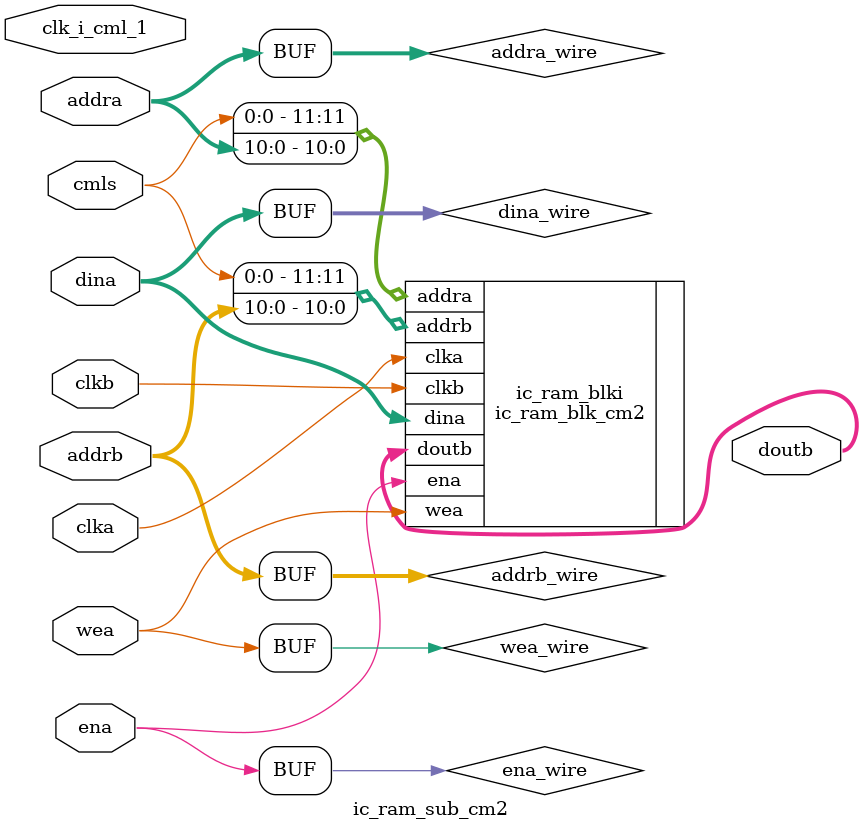
<source format=v>

/*******************************************************************************
*     This file is owned and controlled by Xilinx and must be used             *
*     solely for design, simulation, implementation and creation of            *
*     design files limited to Xilinx devices or technologies. Use              *
*     with non-Xilinx devices or technologies is expressly prohibited          *
*     and immediately terminates your license.                                 *
*                                                                              *
*     XILINX IS PROVIDING THIS DESIGN, CODE, OR INFORMATION "AS IS"            *
*     SOLELY FOR USE IN DEVELOPING PROGRAMS AND SOLUTIONS FOR                  *
*     XILINX DEVICES.  BY PROVIDING THIS DESIGN, CODE, OR INFORMATION          *
*     AS ONE POSSIBLE IMPLEMENTATION OF THIS FEATURE, APPLICATION              *
*     OR STANDARD, XILINX IS MAKING NO REPRESENTATION THAT THIS                *
*     IMPLEMENTATION IS FREE FROM ANY CLAIMS OF INFRINGEMENT,                  *
*     AND YOU ARE RESPONSIBLE FOR OBTAINING ANY RIGHTS YOU MAY REQUIRE         *
*     FOR YOUR IMPLEMENTATION.  XILINX EXPRESSLY DISCLAIMS ANY                 *
*     WARRANTY WHATSOEVER WITH RESPECT TO THE ADEQUACY OF THE                  *
*     IMPLEMENTATION, INCLUDING BUT NOT LIMITED TO ANY WARRANTIES OR           *
*     REPRESENTATIONS THAT THIS IMPLEMENTATION IS FREE FROM CLAIMS OF          *
*     INFRINGEMENT, IMPLIED WARRANTIES OF MERCHANTABILITY AND FITNESS          *
*     FOR A PARTICULAR PURPOSE.                                                *
*                                                                              *
*     Xilinx products are not intended for use in life support                 *
*     appliances, devices, or systems. Use in such applications are            *
*     expressly prohibited.                                                    *
*                                                                              *
*     (c) Copyright 1995-2009 Xilinx, Inc.                                     *
*     All rights reserved.                                                     *
*******************************************************************************/
// The synthesis directives "translate_off/translate_on" specified below are
// supported by Xilinx, Mentor Graphics and Synplicity synthesis
// tools. Ensure they are correct for your synthesis tool(s).

// You must compile the wrapper file ic_ram_blk.v when simulating
// the core, ic_ram_blk. When compiling the wrapper file, be sure to
// reference the XilinxCoreLib Verilog simulation library. For detailed
// instructions, please refer to the "CORE Generator Help".

`timescale 1ns/1ps

module ic_ram_sub_cm2(
		clk_i_cml_1,
		cmls,
		
	clka,
	ena,
	wea,
	addra,
	dina,
	clkb,
	addrb,
	doutb);


input clk_i_cml_1;
input cmls;




input clka;
input ena;
input [0 : 0] wea;
input [10 : 0] addra;
input [31 : 0] dina;
input clkb;
input [10 : 0] addrb;
output [31 : 0] doutb;

wire ena_wire;
wire [0 : 0] wea_wire;
wire [10 : 0] addra_wire;
wire [31 : 0] dina_wire;
wire [10 : 0] addrb_wire;

assign ena_wire = ena;
assign wea_wire = wea;
assign addra_wire = addra;
assign dina_wire = dina;
assign addrb_wire = addrb;

ic_ram_blk_cm2 ic_ram_blki(
	.clka(clka),
	.ena(ena_wire),
	.wea(wea_wire),
	.addra({cmls, addra_wire}),
	.dina(dina_wire),
	.clkb(clkb),
	.addrb({cmls, addrb_wire}),
	.doutb(doutb));

endmodule



</source>
